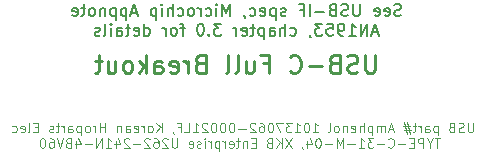
<source format=gbr>
G04 #@! TF.GenerationSoftware,KiCad,Pcbnew,(5.1.5)-3*
G04 #@! TF.CreationDate,2020-05-05T01:34:39+02:00*
G04 #@! TF.ProjectId,USB-C-USB-3.2,5553422d-432d-4555-9342-2d332e322e6b,rev?*
G04 #@! TF.SameCoordinates,Original*
G04 #@! TF.FileFunction,Legend,Bot*
G04 #@! TF.FilePolarity,Positive*
%FSLAX46Y46*%
G04 Gerber Fmt 4.6, Leading zero omitted, Abs format (unit mm)*
G04 Created by KiCad (PCBNEW (5.1.5)-3) date 2020-05-05 01:34:39*
%MOMM*%
%LPD*%
G04 APERTURE LIST*
%ADD10C,0.100000*%
%ADD11C,0.250000*%
%ADD12C,0.150000*%
G04 APERTURE END LIST*
D10*
X102559523Y-79411904D02*
X102559523Y-80059523D01*
X102521428Y-80135714D01*
X102483333Y-80173809D01*
X102407142Y-80211904D01*
X102254761Y-80211904D01*
X102178571Y-80173809D01*
X102140476Y-80135714D01*
X102102380Y-80059523D01*
X102102380Y-79411904D01*
X101759523Y-80173809D02*
X101645238Y-80211904D01*
X101454761Y-80211904D01*
X101378571Y-80173809D01*
X101340476Y-80135714D01*
X101302380Y-80059523D01*
X101302380Y-79983333D01*
X101340476Y-79907142D01*
X101378571Y-79869047D01*
X101454761Y-79830952D01*
X101607142Y-79792857D01*
X101683333Y-79754761D01*
X101721428Y-79716666D01*
X101759523Y-79640476D01*
X101759523Y-79564285D01*
X101721428Y-79488095D01*
X101683333Y-79450000D01*
X101607142Y-79411904D01*
X101416666Y-79411904D01*
X101302380Y-79450000D01*
X100692857Y-79792857D02*
X100578571Y-79830952D01*
X100540476Y-79869047D01*
X100502380Y-79945238D01*
X100502380Y-80059523D01*
X100540476Y-80135714D01*
X100578571Y-80173809D01*
X100654761Y-80211904D01*
X100959523Y-80211904D01*
X100959523Y-79411904D01*
X100692857Y-79411904D01*
X100616666Y-79450000D01*
X100578571Y-79488095D01*
X100540476Y-79564285D01*
X100540476Y-79640476D01*
X100578571Y-79716666D01*
X100616666Y-79754761D01*
X100692857Y-79792857D01*
X100959523Y-79792857D01*
X99550000Y-79678571D02*
X99550000Y-80478571D01*
X99550000Y-79716666D02*
X99473809Y-79678571D01*
X99321428Y-79678571D01*
X99245238Y-79716666D01*
X99207142Y-79754761D01*
X99169047Y-79830952D01*
X99169047Y-80059523D01*
X99207142Y-80135714D01*
X99245238Y-80173809D01*
X99321428Y-80211904D01*
X99473809Y-80211904D01*
X99550000Y-80173809D01*
X98483333Y-80211904D02*
X98483333Y-79792857D01*
X98521428Y-79716666D01*
X98597619Y-79678571D01*
X98750000Y-79678571D01*
X98826190Y-79716666D01*
X98483333Y-80173809D02*
X98559523Y-80211904D01*
X98750000Y-80211904D01*
X98826190Y-80173809D01*
X98864285Y-80097619D01*
X98864285Y-80021428D01*
X98826190Y-79945238D01*
X98750000Y-79907142D01*
X98559523Y-79907142D01*
X98483333Y-79869047D01*
X98102380Y-80211904D02*
X98102380Y-79678571D01*
X98102380Y-79830952D02*
X98064285Y-79754761D01*
X98026190Y-79716666D01*
X97950000Y-79678571D01*
X97873809Y-79678571D01*
X97721428Y-79678571D02*
X97416666Y-79678571D01*
X97607142Y-79411904D02*
X97607142Y-80097619D01*
X97569047Y-80173809D01*
X97492857Y-80211904D01*
X97416666Y-80211904D01*
X97188095Y-79678571D02*
X96616666Y-79678571D01*
X96959523Y-79335714D02*
X97188095Y-80364285D01*
X96692857Y-80021428D02*
X97264285Y-80021428D01*
X96921428Y-80364285D02*
X96692857Y-79335714D01*
X95778571Y-79983333D02*
X95397619Y-79983333D01*
X95854761Y-80211904D02*
X95588095Y-79411904D01*
X95321428Y-80211904D01*
X95054761Y-80211904D02*
X95054761Y-79678571D01*
X95054761Y-79754761D02*
X95016666Y-79716666D01*
X94940476Y-79678571D01*
X94826190Y-79678571D01*
X94750000Y-79716666D01*
X94711904Y-79792857D01*
X94711904Y-80211904D01*
X94711904Y-79792857D02*
X94673809Y-79716666D01*
X94597619Y-79678571D01*
X94483333Y-79678571D01*
X94407142Y-79716666D01*
X94369047Y-79792857D01*
X94369047Y-80211904D01*
X93988095Y-79678571D02*
X93988095Y-80478571D01*
X93988095Y-79716666D02*
X93911904Y-79678571D01*
X93759523Y-79678571D01*
X93683333Y-79716666D01*
X93645238Y-79754761D01*
X93607142Y-79830952D01*
X93607142Y-80059523D01*
X93645238Y-80135714D01*
X93683333Y-80173809D01*
X93759523Y-80211904D01*
X93911904Y-80211904D01*
X93988095Y-80173809D01*
X93264285Y-80211904D02*
X93264285Y-79411904D01*
X92921428Y-80211904D02*
X92921428Y-79792857D01*
X92959523Y-79716666D01*
X93035714Y-79678571D01*
X93150000Y-79678571D01*
X93226190Y-79716666D01*
X93264285Y-79754761D01*
X92235714Y-80173809D02*
X92311904Y-80211904D01*
X92464285Y-80211904D01*
X92540476Y-80173809D01*
X92578571Y-80097619D01*
X92578571Y-79792857D01*
X92540476Y-79716666D01*
X92464285Y-79678571D01*
X92311904Y-79678571D01*
X92235714Y-79716666D01*
X92197619Y-79792857D01*
X92197619Y-79869047D01*
X92578571Y-79945238D01*
X91854761Y-79678571D02*
X91854761Y-80211904D01*
X91854761Y-79754761D02*
X91816666Y-79716666D01*
X91740476Y-79678571D01*
X91626190Y-79678571D01*
X91550000Y-79716666D01*
X91511904Y-79792857D01*
X91511904Y-80211904D01*
X91016666Y-80211904D02*
X91092857Y-80173809D01*
X91130952Y-80135714D01*
X91169047Y-80059523D01*
X91169047Y-79830952D01*
X91130952Y-79754761D01*
X91092857Y-79716666D01*
X91016666Y-79678571D01*
X90902380Y-79678571D01*
X90826190Y-79716666D01*
X90788095Y-79754761D01*
X90750000Y-79830952D01*
X90750000Y-80059523D01*
X90788095Y-80135714D01*
X90826190Y-80173809D01*
X90902380Y-80211904D01*
X91016666Y-80211904D01*
X90292857Y-80211904D02*
X90369047Y-80173809D01*
X90407142Y-80097619D01*
X90407142Y-79411904D01*
X88959523Y-80211904D02*
X89416666Y-80211904D01*
X89188095Y-80211904D02*
X89188095Y-79411904D01*
X89264285Y-79526190D01*
X89340476Y-79602380D01*
X89416666Y-79640476D01*
X88464285Y-79411904D02*
X88388095Y-79411904D01*
X88311904Y-79450000D01*
X88273809Y-79488095D01*
X88235714Y-79564285D01*
X88197619Y-79716666D01*
X88197619Y-79907142D01*
X88235714Y-80059523D01*
X88273809Y-80135714D01*
X88311904Y-80173809D01*
X88388095Y-80211904D01*
X88464285Y-80211904D01*
X88540476Y-80173809D01*
X88578571Y-80135714D01*
X88616666Y-80059523D01*
X88654761Y-79907142D01*
X88654761Y-79716666D01*
X88616666Y-79564285D01*
X88578571Y-79488095D01*
X88540476Y-79450000D01*
X88464285Y-79411904D01*
X87435714Y-80211904D02*
X87892857Y-80211904D01*
X87664285Y-80211904D02*
X87664285Y-79411904D01*
X87740476Y-79526190D01*
X87816666Y-79602380D01*
X87892857Y-79640476D01*
X87169047Y-79411904D02*
X86673809Y-79411904D01*
X86940476Y-79716666D01*
X86826190Y-79716666D01*
X86750000Y-79754761D01*
X86711904Y-79792857D01*
X86673809Y-79869047D01*
X86673809Y-80059523D01*
X86711904Y-80135714D01*
X86750000Y-80173809D01*
X86826190Y-80211904D01*
X87054761Y-80211904D01*
X87130952Y-80173809D01*
X87169047Y-80135714D01*
X86407142Y-79411904D02*
X85873809Y-79411904D01*
X86216666Y-80211904D01*
X85416666Y-79411904D02*
X85340476Y-79411904D01*
X85264285Y-79450000D01*
X85226190Y-79488095D01*
X85188095Y-79564285D01*
X85150000Y-79716666D01*
X85150000Y-79907142D01*
X85188095Y-80059523D01*
X85226190Y-80135714D01*
X85264285Y-80173809D01*
X85340476Y-80211904D01*
X85416666Y-80211904D01*
X85492857Y-80173809D01*
X85530952Y-80135714D01*
X85569047Y-80059523D01*
X85607142Y-79907142D01*
X85607142Y-79716666D01*
X85569047Y-79564285D01*
X85530952Y-79488095D01*
X85492857Y-79450000D01*
X85416666Y-79411904D01*
X84464285Y-79411904D02*
X84616666Y-79411904D01*
X84692857Y-79450000D01*
X84730952Y-79488095D01*
X84807142Y-79602380D01*
X84845238Y-79754761D01*
X84845238Y-80059523D01*
X84807142Y-80135714D01*
X84769047Y-80173809D01*
X84692857Y-80211904D01*
X84540476Y-80211904D01*
X84464285Y-80173809D01*
X84426190Y-80135714D01*
X84388095Y-80059523D01*
X84388095Y-79869047D01*
X84426190Y-79792857D01*
X84464285Y-79754761D01*
X84540476Y-79716666D01*
X84692857Y-79716666D01*
X84769047Y-79754761D01*
X84807142Y-79792857D01*
X84845238Y-79869047D01*
X84083333Y-79488095D02*
X84045238Y-79450000D01*
X83969047Y-79411904D01*
X83778571Y-79411904D01*
X83702380Y-79450000D01*
X83664285Y-79488095D01*
X83626190Y-79564285D01*
X83626190Y-79640476D01*
X83664285Y-79754761D01*
X84121428Y-80211904D01*
X83626190Y-80211904D01*
X83283333Y-79907142D02*
X82673809Y-79907142D01*
X82140476Y-79411904D02*
X82064285Y-79411904D01*
X81988095Y-79450000D01*
X81950000Y-79488095D01*
X81911904Y-79564285D01*
X81873809Y-79716666D01*
X81873809Y-79907142D01*
X81911904Y-80059523D01*
X81950000Y-80135714D01*
X81988095Y-80173809D01*
X82064285Y-80211904D01*
X82140476Y-80211904D01*
X82216666Y-80173809D01*
X82254761Y-80135714D01*
X82292857Y-80059523D01*
X82330952Y-79907142D01*
X82330952Y-79716666D01*
X82292857Y-79564285D01*
X82254761Y-79488095D01*
X82216666Y-79450000D01*
X82140476Y-79411904D01*
X81378571Y-79411904D02*
X81302380Y-79411904D01*
X81226190Y-79450000D01*
X81188095Y-79488095D01*
X81150000Y-79564285D01*
X81111904Y-79716666D01*
X81111904Y-79907142D01*
X81150000Y-80059523D01*
X81188095Y-80135714D01*
X81226190Y-80173809D01*
X81302380Y-80211904D01*
X81378571Y-80211904D01*
X81454761Y-80173809D01*
X81492857Y-80135714D01*
X81530952Y-80059523D01*
X81569047Y-79907142D01*
X81569047Y-79716666D01*
X81530952Y-79564285D01*
X81492857Y-79488095D01*
X81454761Y-79450000D01*
X81378571Y-79411904D01*
X80616666Y-79411904D02*
X80540476Y-79411904D01*
X80464285Y-79450000D01*
X80426190Y-79488095D01*
X80388095Y-79564285D01*
X80350000Y-79716666D01*
X80350000Y-79907142D01*
X80388095Y-80059523D01*
X80426190Y-80135714D01*
X80464285Y-80173809D01*
X80540476Y-80211904D01*
X80616666Y-80211904D01*
X80692857Y-80173809D01*
X80730952Y-80135714D01*
X80769047Y-80059523D01*
X80807142Y-79907142D01*
X80807142Y-79716666D01*
X80769047Y-79564285D01*
X80730952Y-79488095D01*
X80692857Y-79450000D01*
X80616666Y-79411904D01*
X80045238Y-79488095D02*
X80007142Y-79450000D01*
X79930952Y-79411904D01*
X79740476Y-79411904D01*
X79664285Y-79450000D01*
X79626190Y-79488095D01*
X79588095Y-79564285D01*
X79588095Y-79640476D01*
X79626190Y-79754761D01*
X80083333Y-80211904D01*
X79588095Y-80211904D01*
X78826190Y-80211904D02*
X79283333Y-80211904D01*
X79054761Y-80211904D02*
X79054761Y-79411904D01*
X79130952Y-79526190D01*
X79207142Y-79602380D01*
X79283333Y-79640476D01*
X78102380Y-80211904D02*
X78483333Y-80211904D01*
X78483333Y-79411904D01*
X77569047Y-79792857D02*
X77835714Y-79792857D01*
X77835714Y-80211904D02*
X77835714Y-79411904D01*
X77454761Y-79411904D01*
X77111904Y-80173809D02*
X77111904Y-80211904D01*
X77150000Y-80288095D01*
X77188095Y-80326190D01*
X76159523Y-80211904D02*
X76159523Y-79411904D01*
X75702380Y-80211904D02*
X76045238Y-79754761D01*
X75702380Y-79411904D02*
X76159523Y-79869047D01*
X75245238Y-80211904D02*
X75321428Y-80173809D01*
X75359523Y-80135714D01*
X75397619Y-80059523D01*
X75397619Y-79830952D01*
X75359523Y-79754761D01*
X75321428Y-79716666D01*
X75245238Y-79678571D01*
X75130952Y-79678571D01*
X75054761Y-79716666D01*
X75016666Y-79754761D01*
X74978571Y-79830952D01*
X74978571Y-80059523D01*
X75016666Y-80135714D01*
X75054761Y-80173809D01*
X75130952Y-80211904D01*
X75245238Y-80211904D01*
X74635714Y-80211904D02*
X74635714Y-79678571D01*
X74635714Y-79830952D02*
X74597619Y-79754761D01*
X74559523Y-79716666D01*
X74483333Y-79678571D01*
X74407142Y-79678571D01*
X73835714Y-80173809D02*
X73911904Y-80211904D01*
X74064285Y-80211904D01*
X74140476Y-80173809D01*
X74178571Y-80097619D01*
X74178571Y-79792857D01*
X74140476Y-79716666D01*
X74064285Y-79678571D01*
X73911904Y-79678571D01*
X73835714Y-79716666D01*
X73797619Y-79792857D01*
X73797619Y-79869047D01*
X74178571Y-79945238D01*
X73111904Y-80211904D02*
X73111904Y-79792857D01*
X73150000Y-79716666D01*
X73226190Y-79678571D01*
X73378571Y-79678571D01*
X73454761Y-79716666D01*
X73111904Y-80173809D02*
X73188095Y-80211904D01*
X73378571Y-80211904D01*
X73454761Y-80173809D01*
X73492857Y-80097619D01*
X73492857Y-80021428D01*
X73454761Y-79945238D01*
X73378571Y-79907142D01*
X73188095Y-79907142D01*
X73111904Y-79869047D01*
X72730952Y-79678571D02*
X72730952Y-80211904D01*
X72730952Y-79754761D02*
X72692857Y-79716666D01*
X72616666Y-79678571D01*
X72502380Y-79678571D01*
X72426190Y-79716666D01*
X72388095Y-79792857D01*
X72388095Y-80211904D01*
X71397619Y-80211904D02*
X71397619Y-79411904D01*
X71397619Y-79792857D02*
X70940476Y-79792857D01*
X70940476Y-80211904D02*
X70940476Y-79411904D01*
X70559523Y-80211904D02*
X70559523Y-79678571D01*
X70559523Y-79830952D02*
X70521428Y-79754761D01*
X70483333Y-79716666D01*
X70407142Y-79678571D01*
X70330952Y-79678571D01*
X69950000Y-80211904D02*
X70026190Y-80173809D01*
X70064285Y-80135714D01*
X70102380Y-80059523D01*
X70102380Y-79830952D01*
X70064285Y-79754761D01*
X70026190Y-79716666D01*
X69950000Y-79678571D01*
X69835714Y-79678571D01*
X69759523Y-79716666D01*
X69721428Y-79754761D01*
X69683333Y-79830952D01*
X69683333Y-80059523D01*
X69721428Y-80135714D01*
X69759523Y-80173809D01*
X69835714Y-80211904D01*
X69950000Y-80211904D01*
X69340476Y-79678571D02*
X69340476Y-80478571D01*
X69340476Y-79716666D02*
X69264285Y-79678571D01*
X69111904Y-79678571D01*
X69035714Y-79716666D01*
X68997619Y-79754761D01*
X68959523Y-79830952D01*
X68959523Y-80059523D01*
X68997619Y-80135714D01*
X69035714Y-80173809D01*
X69111904Y-80211904D01*
X69264285Y-80211904D01*
X69340476Y-80173809D01*
X68273809Y-80211904D02*
X68273809Y-79792857D01*
X68311904Y-79716666D01*
X68388095Y-79678571D01*
X68540476Y-79678571D01*
X68616666Y-79716666D01*
X68273809Y-80173809D02*
X68350000Y-80211904D01*
X68540476Y-80211904D01*
X68616666Y-80173809D01*
X68654761Y-80097619D01*
X68654761Y-80021428D01*
X68616666Y-79945238D01*
X68540476Y-79907142D01*
X68350000Y-79907142D01*
X68273809Y-79869047D01*
X67892857Y-80211904D02*
X67892857Y-79678571D01*
X67892857Y-79830952D02*
X67854761Y-79754761D01*
X67816666Y-79716666D01*
X67740476Y-79678571D01*
X67664285Y-79678571D01*
X67511904Y-79678571D02*
X67207142Y-79678571D01*
X67397619Y-79411904D02*
X67397619Y-80097619D01*
X67359523Y-80173809D01*
X67283333Y-80211904D01*
X67207142Y-80211904D01*
X66978571Y-80173809D02*
X66902380Y-80211904D01*
X66750000Y-80211904D01*
X66673809Y-80173809D01*
X66635714Y-80097619D01*
X66635714Y-80059523D01*
X66673809Y-79983333D01*
X66750000Y-79945238D01*
X66864285Y-79945238D01*
X66940476Y-79907142D01*
X66978571Y-79830952D01*
X66978571Y-79792857D01*
X66940476Y-79716666D01*
X66864285Y-79678571D01*
X66750000Y-79678571D01*
X66673809Y-79716666D01*
X65683333Y-79792857D02*
X65416666Y-79792857D01*
X65302380Y-80211904D02*
X65683333Y-80211904D01*
X65683333Y-79411904D01*
X65302380Y-79411904D01*
X64845238Y-80211904D02*
X64921428Y-80173809D01*
X64959523Y-80097619D01*
X64959523Y-79411904D01*
X64235714Y-80173809D02*
X64311904Y-80211904D01*
X64464285Y-80211904D01*
X64540476Y-80173809D01*
X64578571Y-80097619D01*
X64578571Y-79792857D01*
X64540476Y-79716666D01*
X64464285Y-79678571D01*
X64311904Y-79678571D01*
X64235714Y-79716666D01*
X64197619Y-79792857D01*
X64197619Y-79869047D01*
X64578571Y-79945238D01*
X63511904Y-80173809D02*
X63588095Y-80211904D01*
X63740476Y-80211904D01*
X63816666Y-80173809D01*
X63854761Y-80135714D01*
X63892857Y-80059523D01*
X63892857Y-79830952D01*
X63854761Y-79754761D01*
X63816666Y-79716666D01*
X63740476Y-79678571D01*
X63588095Y-79678571D01*
X63511904Y-79716666D01*
X99740476Y-80711904D02*
X99283333Y-80711904D01*
X99511904Y-81511904D02*
X99511904Y-80711904D01*
X98864285Y-81130952D02*
X98864285Y-81511904D01*
X99130952Y-80711904D02*
X98864285Y-81130952D01*
X98597619Y-80711904D01*
X98330952Y-81511904D02*
X98330952Y-80711904D01*
X98026190Y-80711904D01*
X97950000Y-80750000D01*
X97911904Y-80788095D01*
X97873809Y-80864285D01*
X97873809Y-80978571D01*
X97911904Y-81054761D01*
X97950000Y-81092857D01*
X98026190Y-81130952D01*
X98330952Y-81130952D01*
X97530952Y-81092857D02*
X97264285Y-81092857D01*
X97150000Y-81511904D02*
X97530952Y-81511904D01*
X97530952Y-80711904D01*
X97150000Y-80711904D01*
X96807142Y-81207142D02*
X96197619Y-81207142D01*
X95359523Y-81435714D02*
X95397619Y-81473809D01*
X95511904Y-81511904D01*
X95588095Y-81511904D01*
X95702380Y-81473809D01*
X95778571Y-81397619D01*
X95816666Y-81321428D01*
X95854761Y-81169047D01*
X95854761Y-81054761D01*
X95816666Y-80902380D01*
X95778571Y-80826190D01*
X95702380Y-80750000D01*
X95588095Y-80711904D01*
X95511904Y-80711904D01*
X95397619Y-80750000D01*
X95359523Y-80788095D01*
X95016666Y-81207142D02*
X94407142Y-81207142D01*
X94102380Y-80711904D02*
X93607142Y-80711904D01*
X93873809Y-81016666D01*
X93759523Y-81016666D01*
X93683333Y-81054761D01*
X93645238Y-81092857D01*
X93607142Y-81169047D01*
X93607142Y-81359523D01*
X93645238Y-81435714D01*
X93683333Y-81473809D01*
X93759523Y-81511904D01*
X93988095Y-81511904D01*
X94064285Y-81473809D01*
X94102380Y-81435714D01*
X92845238Y-81511904D02*
X93302380Y-81511904D01*
X93073809Y-81511904D02*
X93073809Y-80711904D01*
X93150000Y-80826190D01*
X93226190Y-80902380D01*
X93302380Y-80940476D01*
X92502380Y-81207142D02*
X91892857Y-81207142D01*
X91511904Y-81511904D02*
X91511904Y-80711904D01*
X91245238Y-81283333D01*
X90978571Y-80711904D01*
X90978571Y-81511904D01*
X90597619Y-81207142D02*
X89988095Y-81207142D01*
X89454761Y-80711904D02*
X89378571Y-80711904D01*
X89302380Y-80750000D01*
X89264285Y-80788095D01*
X89226190Y-80864285D01*
X89188095Y-81016666D01*
X89188095Y-81207142D01*
X89226190Y-81359523D01*
X89264285Y-81435714D01*
X89302380Y-81473809D01*
X89378571Y-81511904D01*
X89454761Y-81511904D01*
X89530952Y-81473809D01*
X89569047Y-81435714D01*
X89607142Y-81359523D01*
X89645238Y-81207142D01*
X89645238Y-81016666D01*
X89607142Y-80864285D01*
X89569047Y-80788095D01*
X89530952Y-80750000D01*
X89454761Y-80711904D01*
X88502380Y-80978571D02*
X88502380Y-81511904D01*
X88692857Y-80673809D02*
X88883333Y-81245238D01*
X88388095Y-81245238D01*
X88045238Y-81473809D02*
X88045238Y-81511904D01*
X88083333Y-81588095D01*
X88121428Y-81626190D01*
X87169047Y-80711904D02*
X86635714Y-81511904D01*
X86635714Y-80711904D02*
X87169047Y-81511904D01*
X86330952Y-81511904D02*
X86330952Y-80711904D01*
X85873809Y-81511904D02*
X86216666Y-81054761D01*
X85873809Y-80711904D02*
X86330952Y-81169047D01*
X85264285Y-81092857D02*
X85150000Y-81130952D01*
X85111904Y-81169047D01*
X85073809Y-81245238D01*
X85073809Y-81359523D01*
X85111904Y-81435714D01*
X85150000Y-81473809D01*
X85226190Y-81511904D01*
X85530952Y-81511904D01*
X85530952Y-80711904D01*
X85264285Y-80711904D01*
X85188095Y-80750000D01*
X85150000Y-80788095D01*
X85111904Y-80864285D01*
X85111904Y-80940476D01*
X85150000Y-81016666D01*
X85188095Y-81054761D01*
X85264285Y-81092857D01*
X85530952Y-81092857D01*
X84121428Y-81092857D02*
X83854761Y-81092857D01*
X83740476Y-81511904D02*
X84121428Y-81511904D01*
X84121428Y-80711904D01*
X83740476Y-80711904D01*
X83397619Y-80978571D02*
X83397619Y-81511904D01*
X83397619Y-81054761D02*
X83359523Y-81016666D01*
X83283333Y-80978571D01*
X83169047Y-80978571D01*
X83092857Y-81016666D01*
X83054761Y-81092857D01*
X83054761Y-81511904D01*
X82788095Y-80978571D02*
X82483333Y-80978571D01*
X82673809Y-80711904D02*
X82673809Y-81397619D01*
X82635714Y-81473809D01*
X82559523Y-81511904D01*
X82483333Y-81511904D01*
X81911904Y-81473809D02*
X81988095Y-81511904D01*
X82140476Y-81511904D01*
X82216666Y-81473809D01*
X82254761Y-81397619D01*
X82254761Y-81092857D01*
X82216666Y-81016666D01*
X82140476Y-80978571D01*
X81988095Y-80978571D01*
X81911904Y-81016666D01*
X81873809Y-81092857D01*
X81873809Y-81169047D01*
X82254761Y-81245238D01*
X81530952Y-81511904D02*
X81530952Y-80978571D01*
X81530952Y-81130952D02*
X81492857Y-81054761D01*
X81454761Y-81016666D01*
X81378571Y-80978571D01*
X81302380Y-80978571D01*
X81035714Y-80978571D02*
X81035714Y-81778571D01*
X81035714Y-81016666D02*
X80959523Y-80978571D01*
X80807142Y-80978571D01*
X80730952Y-81016666D01*
X80692857Y-81054761D01*
X80654761Y-81130952D01*
X80654761Y-81359523D01*
X80692857Y-81435714D01*
X80730952Y-81473809D01*
X80807142Y-81511904D01*
X80959523Y-81511904D01*
X81035714Y-81473809D01*
X80311904Y-81511904D02*
X80311904Y-80978571D01*
X80311904Y-81130952D02*
X80273809Y-81054761D01*
X80235714Y-81016666D01*
X80159523Y-80978571D01*
X80083333Y-80978571D01*
X79816666Y-81511904D02*
X79816666Y-80978571D01*
X79816666Y-80711904D02*
X79854761Y-80750000D01*
X79816666Y-80788095D01*
X79778571Y-80750000D01*
X79816666Y-80711904D01*
X79816666Y-80788095D01*
X79473809Y-81473809D02*
X79397619Y-81511904D01*
X79245238Y-81511904D01*
X79169047Y-81473809D01*
X79130952Y-81397619D01*
X79130952Y-81359523D01*
X79169047Y-81283333D01*
X79245238Y-81245238D01*
X79359523Y-81245238D01*
X79435714Y-81207142D01*
X79473809Y-81130952D01*
X79473809Y-81092857D01*
X79435714Y-81016666D01*
X79359523Y-80978571D01*
X79245238Y-80978571D01*
X79169047Y-81016666D01*
X78483333Y-81473809D02*
X78559523Y-81511904D01*
X78711904Y-81511904D01*
X78788095Y-81473809D01*
X78826190Y-81397619D01*
X78826190Y-81092857D01*
X78788095Y-81016666D01*
X78711904Y-80978571D01*
X78559523Y-80978571D01*
X78483333Y-81016666D01*
X78445238Y-81092857D01*
X78445238Y-81169047D01*
X78826190Y-81245238D01*
X77492857Y-80711904D02*
X77492857Y-81359523D01*
X77454761Y-81435714D01*
X77416666Y-81473809D01*
X77340476Y-81511904D01*
X77188095Y-81511904D01*
X77111904Y-81473809D01*
X77073809Y-81435714D01*
X77035714Y-81359523D01*
X77035714Y-80711904D01*
X76692857Y-80788095D02*
X76654761Y-80750000D01*
X76578571Y-80711904D01*
X76388095Y-80711904D01*
X76311904Y-80750000D01*
X76273809Y-80788095D01*
X76235714Y-80864285D01*
X76235714Y-80940476D01*
X76273809Y-81054761D01*
X76730952Y-81511904D01*
X76235714Y-81511904D01*
X75550000Y-80711904D02*
X75702380Y-80711904D01*
X75778571Y-80750000D01*
X75816666Y-80788095D01*
X75892857Y-80902380D01*
X75930952Y-81054761D01*
X75930952Y-81359523D01*
X75892857Y-81435714D01*
X75854761Y-81473809D01*
X75778571Y-81511904D01*
X75626190Y-81511904D01*
X75550000Y-81473809D01*
X75511904Y-81435714D01*
X75473809Y-81359523D01*
X75473809Y-81169047D01*
X75511904Y-81092857D01*
X75550000Y-81054761D01*
X75626190Y-81016666D01*
X75778571Y-81016666D01*
X75854761Y-81054761D01*
X75892857Y-81092857D01*
X75930952Y-81169047D01*
X75169047Y-80788095D02*
X75130952Y-80750000D01*
X75054761Y-80711904D01*
X74864285Y-80711904D01*
X74788095Y-80750000D01*
X74750000Y-80788095D01*
X74711904Y-80864285D01*
X74711904Y-80940476D01*
X74750000Y-81054761D01*
X75207142Y-81511904D01*
X74711904Y-81511904D01*
X74369047Y-81207142D02*
X73759523Y-81207142D01*
X73416666Y-80788095D02*
X73378571Y-80750000D01*
X73302380Y-80711904D01*
X73111904Y-80711904D01*
X73035714Y-80750000D01*
X72997619Y-80788095D01*
X72959523Y-80864285D01*
X72959523Y-80940476D01*
X72997619Y-81054761D01*
X73454761Y-81511904D01*
X72959523Y-81511904D01*
X72273809Y-80978571D02*
X72273809Y-81511904D01*
X72464285Y-80673809D02*
X72654761Y-81245238D01*
X72159523Y-81245238D01*
X71435714Y-81511904D02*
X71892857Y-81511904D01*
X71664285Y-81511904D02*
X71664285Y-80711904D01*
X71740476Y-80826190D01*
X71816666Y-80902380D01*
X71892857Y-80940476D01*
X71092857Y-81511904D02*
X71092857Y-80711904D01*
X70635714Y-81511904D01*
X70635714Y-80711904D01*
X70254761Y-81207142D02*
X69645238Y-81207142D01*
X68921428Y-80978571D02*
X68921428Y-81511904D01*
X69111904Y-80673809D02*
X69302380Y-81245238D01*
X68807142Y-81245238D01*
X68235714Y-81092857D02*
X68121428Y-81130952D01*
X68083333Y-81169047D01*
X68045238Y-81245238D01*
X68045238Y-81359523D01*
X68083333Y-81435714D01*
X68121428Y-81473809D01*
X68197619Y-81511904D01*
X68502380Y-81511904D01*
X68502380Y-80711904D01*
X68235714Y-80711904D01*
X68159523Y-80750000D01*
X68121428Y-80788095D01*
X68083333Y-80864285D01*
X68083333Y-80940476D01*
X68121428Y-81016666D01*
X68159523Y-81054761D01*
X68235714Y-81092857D01*
X68502380Y-81092857D01*
X67816666Y-80711904D02*
X67550000Y-81511904D01*
X67283333Y-80711904D01*
X66673809Y-80711904D02*
X66826190Y-80711904D01*
X66902380Y-80750000D01*
X66940476Y-80788095D01*
X67016666Y-80902380D01*
X67054761Y-81054761D01*
X67054761Y-81359523D01*
X67016666Y-81435714D01*
X66978571Y-81473809D01*
X66902380Y-81511904D01*
X66750000Y-81511904D01*
X66673809Y-81473809D01*
X66635714Y-81435714D01*
X66597619Y-81359523D01*
X66597619Y-81169047D01*
X66635714Y-81092857D01*
X66673809Y-81054761D01*
X66750000Y-81016666D01*
X66902380Y-81016666D01*
X66978571Y-81054761D01*
X67016666Y-81092857D01*
X67054761Y-81169047D01*
X66102380Y-80711904D02*
X66026190Y-80711904D01*
X65950000Y-80750000D01*
X65911904Y-80788095D01*
X65873809Y-80864285D01*
X65835714Y-81016666D01*
X65835714Y-81207142D01*
X65873809Y-81359523D01*
X65911904Y-81435714D01*
X65950000Y-81473809D01*
X66026190Y-81511904D01*
X66102380Y-81511904D01*
X66178571Y-81473809D01*
X66216666Y-81435714D01*
X66254761Y-81359523D01*
X66292857Y-81207142D01*
X66292857Y-81016666D01*
X66254761Y-80864285D01*
X66216666Y-80788095D01*
X66178571Y-80750000D01*
X66102380Y-80711904D01*
D11*
X94250000Y-73678571D02*
X94250000Y-74892857D01*
X94178571Y-75035714D01*
X94107142Y-75107142D01*
X93964285Y-75178571D01*
X93678571Y-75178571D01*
X93535714Y-75107142D01*
X93464285Y-75035714D01*
X93392857Y-74892857D01*
X93392857Y-73678571D01*
X92750000Y-75107142D02*
X92535714Y-75178571D01*
X92178571Y-75178571D01*
X92035714Y-75107142D01*
X91964285Y-75035714D01*
X91892857Y-74892857D01*
X91892857Y-74750000D01*
X91964285Y-74607142D01*
X92035714Y-74535714D01*
X92178571Y-74464285D01*
X92464285Y-74392857D01*
X92607142Y-74321428D01*
X92678571Y-74250000D01*
X92750000Y-74107142D01*
X92750000Y-73964285D01*
X92678571Y-73821428D01*
X92607142Y-73750000D01*
X92464285Y-73678571D01*
X92107142Y-73678571D01*
X91892857Y-73750000D01*
X90750000Y-74392857D02*
X90535714Y-74464285D01*
X90464285Y-74535714D01*
X90392857Y-74678571D01*
X90392857Y-74892857D01*
X90464285Y-75035714D01*
X90535714Y-75107142D01*
X90678571Y-75178571D01*
X91250000Y-75178571D01*
X91250000Y-73678571D01*
X90750000Y-73678571D01*
X90607142Y-73750000D01*
X90535714Y-73821428D01*
X90464285Y-73964285D01*
X90464285Y-74107142D01*
X90535714Y-74250000D01*
X90607142Y-74321428D01*
X90750000Y-74392857D01*
X91250000Y-74392857D01*
X89750000Y-74607142D02*
X88607142Y-74607142D01*
X87035714Y-75035714D02*
X87107142Y-75107142D01*
X87321428Y-75178571D01*
X87464285Y-75178571D01*
X87678571Y-75107142D01*
X87821428Y-74964285D01*
X87892857Y-74821428D01*
X87964285Y-74535714D01*
X87964285Y-74321428D01*
X87892857Y-74035714D01*
X87821428Y-73892857D01*
X87678571Y-73750000D01*
X87464285Y-73678571D01*
X87321428Y-73678571D01*
X87107142Y-73750000D01*
X87035714Y-73821428D01*
X84750000Y-74392857D02*
X85250000Y-74392857D01*
X85250000Y-75178571D02*
X85250000Y-73678571D01*
X84535714Y-73678571D01*
X83321428Y-74178571D02*
X83321428Y-75178571D01*
X83964285Y-74178571D02*
X83964285Y-74964285D01*
X83892857Y-75107142D01*
X83750000Y-75178571D01*
X83535714Y-75178571D01*
X83392857Y-75107142D01*
X83321428Y-75035714D01*
X82392857Y-75178571D02*
X82535714Y-75107142D01*
X82607142Y-74964285D01*
X82607142Y-73678571D01*
X81607142Y-75178571D02*
X81750000Y-75107142D01*
X81821428Y-74964285D01*
X81821428Y-73678571D01*
X79392857Y-74392857D02*
X79178571Y-74464285D01*
X79107142Y-74535714D01*
X79035714Y-74678571D01*
X79035714Y-74892857D01*
X79107142Y-75035714D01*
X79178571Y-75107142D01*
X79321428Y-75178571D01*
X79892857Y-75178571D01*
X79892857Y-73678571D01*
X79392857Y-73678571D01*
X79250000Y-73750000D01*
X79178571Y-73821428D01*
X79107142Y-73964285D01*
X79107142Y-74107142D01*
X79178571Y-74250000D01*
X79250000Y-74321428D01*
X79392857Y-74392857D01*
X79892857Y-74392857D01*
X78392857Y-75178571D02*
X78392857Y-74178571D01*
X78392857Y-74464285D02*
X78321428Y-74321428D01*
X78250000Y-74250000D01*
X78107142Y-74178571D01*
X77964285Y-74178571D01*
X76892857Y-75107142D02*
X77035714Y-75178571D01*
X77321428Y-75178571D01*
X77464285Y-75107142D01*
X77535714Y-74964285D01*
X77535714Y-74392857D01*
X77464285Y-74250000D01*
X77321428Y-74178571D01*
X77035714Y-74178571D01*
X76892857Y-74250000D01*
X76821428Y-74392857D01*
X76821428Y-74535714D01*
X77535714Y-74678571D01*
X75535714Y-75178571D02*
X75535714Y-74392857D01*
X75607142Y-74250000D01*
X75750000Y-74178571D01*
X76035714Y-74178571D01*
X76178571Y-74250000D01*
X75535714Y-75107142D02*
X75678571Y-75178571D01*
X76035714Y-75178571D01*
X76178571Y-75107142D01*
X76250000Y-74964285D01*
X76250000Y-74821428D01*
X76178571Y-74678571D01*
X76035714Y-74607142D01*
X75678571Y-74607142D01*
X75535714Y-74535714D01*
X74821428Y-75178571D02*
X74821428Y-73678571D01*
X74678571Y-74607142D02*
X74250000Y-75178571D01*
X74250000Y-74178571D02*
X74821428Y-74750000D01*
X73392857Y-75178571D02*
X73535714Y-75107142D01*
X73607142Y-75035714D01*
X73678571Y-74892857D01*
X73678571Y-74464285D01*
X73607142Y-74321428D01*
X73535714Y-74250000D01*
X73392857Y-74178571D01*
X73178571Y-74178571D01*
X73035714Y-74250000D01*
X72964285Y-74321428D01*
X72892857Y-74464285D01*
X72892857Y-74892857D01*
X72964285Y-75035714D01*
X73035714Y-75107142D01*
X73178571Y-75178571D01*
X73392857Y-75178571D01*
X71607142Y-74178571D02*
X71607142Y-75178571D01*
X72250000Y-74178571D02*
X72250000Y-74964285D01*
X72178571Y-75107142D01*
X72035714Y-75178571D01*
X71821428Y-75178571D01*
X71678571Y-75107142D01*
X71607142Y-75035714D01*
X71107142Y-74178571D02*
X70535714Y-74178571D01*
X70892857Y-73678571D02*
X70892857Y-74964285D01*
X70821428Y-75107142D01*
X70678571Y-75178571D01*
X70535714Y-75178571D01*
D12*
X96428571Y-70329761D02*
X96285714Y-70377380D01*
X96047619Y-70377380D01*
X95952380Y-70329761D01*
X95904761Y-70282142D01*
X95857142Y-70186904D01*
X95857142Y-70091666D01*
X95904761Y-69996428D01*
X95952380Y-69948809D01*
X96047619Y-69901190D01*
X96238095Y-69853571D01*
X96333333Y-69805952D01*
X96380952Y-69758333D01*
X96428571Y-69663095D01*
X96428571Y-69567857D01*
X96380952Y-69472619D01*
X96333333Y-69425000D01*
X96238095Y-69377380D01*
X96000000Y-69377380D01*
X95857142Y-69425000D01*
X95047619Y-70329761D02*
X95142857Y-70377380D01*
X95333333Y-70377380D01*
X95428571Y-70329761D01*
X95476190Y-70234523D01*
X95476190Y-69853571D01*
X95428571Y-69758333D01*
X95333333Y-69710714D01*
X95142857Y-69710714D01*
X95047619Y-69758333D01*
X95000000Y-69853571D01*
X95000000Y-69948809D01*
X95476190Y-70044047D01*
X94190476Y-70329761D02*
X94285714Y-70377380D01*
X94476190Y-70377380D01*
X94571428Y-70329761D01*
X94619047Y-70234523D01*
X94619047Y-69853571D01*
X94571428Y-69758333D01*
X94476190Y-69710714D01*
X94285714Y-69710714D01*
X94190476Y-69758333D01*
X94142857Y-69853571D01*
X94142857Y-69948809D01*
X94619047Y-70044047D01*
X92952380Y-69377380D02*
X92952380Y-70186904D01*
X92904761Y-70282142D01*
X92857142Y-70329761D01*
X92761904Y-70377380D01*
X92571428Y-70377380D01*
X92476190Y-70329761D01*
X92428571Y-70282142D01*
X92380952Y-70186904D01*
X92380952Y-69377380D01*
X91952380Y-70329761D02*
X91809523Y-70377380D01*
X91571428Y-70377380D01*
X91476190Y-70329761D01*
X91428571Y-70282142D01*
X91380952Y-70186904D01*
X91380952Y-70091666D01*
X91428571Y-69996428D01*
X91476190Y-69948809D01*
X91571428Y-69901190D01*
X91761904Y-69853571D01*
X91857142Y-69805952D01*
X91904761Y-69758333D01*
X91952380Y-69663095D01*
X91952380Y-69567857D01*
X91904761Y-69472619D01*
X91857142Y-69425000D01*
X91761904Y-69377380D01*
X91523809Y-69377380D01*
X91380952Y-69425000D01*
X90619047Y-69853571D02*
X90476190Y-69901190D01*
X90428571Y-69948809D01*
X90380952Y-70044047D01*
X90380952Y-70186904D01*
X90428571Y-70282142D01*
X90476190Y-70329761D01*
X90571428Y-70377380D01*
X90952380Y-70377380D01*
X90952380Y-69377380D01*
X90619047Y-69377380D01*
X90523809Y-69425000D01*
X90476190Y-69472619D01*
X90428571Y-69567857D01*
X90428571Y-69663095D01*
X90476190Y-69758333D01*
X90523809Y-69805952D01*
X90619047Y-69853571D01*
X90952380Y-69853571D01*
X89952380Y-69996428D02*
X89190476Y-69996428D01*
X88714285Y-70377380D02*
X88714285Y-69377380D01*
X87904761Y-69853571D02*
X88238095Y-69853571D01*
X88238095Y-70377380D02*
X88238095Y-69377380D01*
X87761904Y-69377380D01*
X86666666Y-70329761D02*
X86571428Y-70377380D01*
X86380952Y-70377380D01*
X86285714Y-70329761D01*
X86238095Y-70234523D01*
X86238095Y-70186904D01*
X86285714Y-70091666D01*
X86380952Y-70044047D01*
X86523809Y-70044047D01*
X86619047Y-69996428D01*
X86666666Y-69901190D01*
X86666666Y-69853571D01*
X86619047Y-69758333D01*
X86523809Y-69710714D01*
X86380952Y-69710714D01*
X86285714Y-69758333D01*
X85809523Y-69710714D02*
X85809523Y-70710714D01*
X85809523Y-69758333D02*
X85714285Y-69710714D01*
X85523809Y-69710714D01*
X85428571Y-69758333D01*
X85380952Y-69805952D01*
X85333333Y-69901190D01*
X85333333Y-70186904D01*
X85380952Y-70282142D01*
X85428571Y-70329761D01*
X85523809Y-70377380D01*
X85714285Y-70377380D01*
X85809523Y-70329761D01*
X84523809Y-70329761D02*
X84619047Y-70377380D01*
X84809523Y-70377380D01*
X84904761Y-70329761D01*
X84952380Y-70234523D01*
X84952380Y-69853571D01*
X84904761Y-69758333D01*
X84809523Y-69710714D01*
X84619047Y-69710714D01*
X84523809Y-69758333D01*
X84476190Y-69853571D01*
X84476190Y-69948809D01*
X84952380Y-70044047D01*
X83619047Y-70329761D02*
X83714285Y-70377380D01*
X83904761Y-70377380D01*
X84000000Y-70329761D01*
X84047619Y-70282142D01*
X84095238Y-70186904D01*
X84095238Y-69901190D01*
X84047619Y-69805952D01*
X84000000Y-69758333D01*
X83904761Y-69710714D01*
X83714285Y-69710714D01*
X83619047Y-69758333D01*
X83142857Y-70329761D02*
X83142857Y-70377380D01*
X83190476Y-70472619D01*
X83238095Y-70520238D01*
X81952380Y-70377380D02*
X81952380Y-69377380D01*
X81619047Y-70091666D01*
X81285714Y-69377380D01*
X81285714Y-70377380D01*
X80809523Y-70377380D02*
X80809523Y-69710714D01*
X80809523Y-69377380D02*
X80857142Y-69425000D01*
X80809523Y-69472619D01*
X80761904Y-69425000D01*
X80809523Y-69377380D01*
X80809523Y-69472619D01*
X79904761Y-70329761D02*
X80000000Y-70377380D01*
X80190476Y-70377380D01*
X80285714Y-70329761D01*
X80333333Y-70282142D01*
X80380952Y-70186904D01*
X80380952Y-69901190D01*
X80333333Y-69805952D01*
X80285714Y-69758333D01*
X80190476Y-69710714D01*
X80000000Y-69710714D01*
X79904761Y-69758333D01*
X79476190Y-70377380D02*
X79476190Y-69710714D01*
X79476190Y-69901190D02*
X79428571Y-69805952D01*
X79380952Y-69758333D01*
X79285714Y-69710714D01*
X79190476Y-69710714D01*
X78714285Y-70377380D02*
X78809523Y-70329761D01*
X78857142Y-70282142D01*
X78904761Y-70186904D01*
X78904761Y-69901190D01*
X78857142Y-69805952D01*
X78809523Y-69758333D01*
X78714285Y-69710714D01*
X78571428Y-69710714D01*
X78476190Y-69758333D01*
X78428571Y-69805952D01*
X78380952Y-69901190D01*
X78380952Y-70186904D01*
X78428571Y-70282142D01*
X78476190Y-70329761D01*
X78571428Y-70377380D01*
X78714285Y-70377380D01*
X77523809Y-70329761D02*
X77619047Y-70377380D01*
X77809523Y-70377380D01*
X77904761Y-70329761D01*
X77952380Y-70282142D01*
X78000000Y-70186904D01*
X78000000Y-69901190D01*
X77952380Y-69805952D01*
X77904761Y-69758333D01*
X77809523Y-69710714D01*
X77619047Y-69710714D01*
X77523809Y-69758333D01*
X77095238Y-70377380D02*
X77095238Y-69377380D01*
X76666666Y-70377380D02*
X76666666Y-69853571D01*
X76714285Y-69758333D01*
X76809523Y-69710714D01*
X76952380Y-69710714D01*
X77047619Y-69758333D01*
X77095238Y-69805952D01*
X76190476Y-70377380D02*
X76190476Y-69710714D01*
X76190476Y-69377380D02*
X76238095Y-69425000D01*
X76190476Y-69472619D01*
X76142857Y-69425000D01*
X76190476Y-69377380D01*
X76190476Y-69472619D01*
X75714285Y-69710714D02*
X75714285Y-70710714D01*
X75714285Y-69758333D02*
X75619047Y-69710714D01*
X75428571Y-69710714D01*
X75333333Y-69758333D01*
X75285714Y-69805952D01*
X75238095Y-69901190D01*
X75238095Y-70186904D01*
X75285714Y-70282142D01*
X75333333Y-70329761D01*
X75428571Y-70377380D01*
X75619047Y-70377380D01*
X75714285Y-70329761D01*
X74095238Y-70091666D02*
X73619047Y-70091666D01*
X74190476Y-70377380D02*
X73857142Y-69377380D01*
X73523809Y-70377380D01*
X73190476Y-69710714D02*
X73190476Y-70710714D01*
X73190476Y-69758333D02*
X73095238Y-69710714D01*
X72904761Y-69710714D01*
X72809523Y-69758333D01*
X72761904Y-69805952D01*
X72714285Y-69901190D01*
X72714285Y-70186904D01*
X72761904Y-70282142D01*
X72809523Y-70329761D01*
X72904761Y-70377380D01*
X73095238Y-70377380D01*
X73190476Y-70329761D01*
X72285714Y-69710714D02*
X72285714Y-70710714D01*
X72285714Y-69758333D02*
X72190476Y-69710714D01*
X72000000Y-69710714D01*
X71904761Y-69758333D01*
X71857142Y-69805952D01*
X71809523Y-69901190D01*
X71809523Y-70186904D01*
X71857142Y-70282142D01*
X71904761Y-70329761D01*
X72000000Y-70377380D01*
X72190476Y-70377380D01*
X72285714Y-70329761D01*
X71380952Y-69710714D02*
X71380952Y-70377380D01*
X71380952Y-69805952D02*
X71333333Y-69758333D01*
X71238095Y-69710714D01*
X71095238Y-69710714D01*
X71000000Y-69758333D01*
X70952380Y-69853571D01*
X70952380Y-70377380D01*
X70333333Y-70377380D02*
X70428571Y-70329761D01*
X70476190Y-70282142D01*
X70523809Y-70186904D01*
X70523809Y-69901190D01*
X70476190Y-69805952D01*
X70428571Y-69758333D01*
X70333333Y-69710714D01*
X70190476Y-69710714D01*
X70095238Y-69758333D01*
X70047619Y-69805952D01*
X70000000Y-69901190D01*
X70000000Y-70186904D01*
X70047619Y-70282142D01*
X70095238Y-70329761D01*
X70190476Y-70377380D01*
X70333333Y-70377380D01*
X69714285Y-69710714D02*
X69333333Y-69710714D01*
X69571428Y-69377380D02*
X69571428Y-70234523D01*
X69523809Y-70329761D01*
X69428571Y-70377380D01*
X69333333Y-70377380D01*
X68619047Y-70329761D02*
X68714285Y-70377380D01*
X68904761Y-70377380D01*
X69000000Y-70329761D01*
X69047619Y-70234523D01*
X69047619Y-69853571D01*
X69000000Y-69758333D01*
X68904761Y-69710714D01*
X68714285Y-69710714D01*
X68619047Y-69758333D01*
X68571428Y-69853571D01*
X68571428Y-69948809D01*
X69047619Y-70044047D01*
X94500000Y-71741666D02*
X94023809Y-71741666D01*
X94595238Y-72027380D02*
X94261904Y-71027380D01*
X93928571Y-72027380D01*
X93595238Y-72027380D02*
X93595238Y-71027380D01*
X93023809Y-72027380D01*
X93023809Y-71027380D01*
X92023809Y-72027380D02*
X92595238Y-72027380D01*
X92309523Y-72027380D02*
X92309523Y-71027380D01*
X92404761Y-71170238D01*
X92500000Y-71265476D01*
X92595238Y-71313095D01*
X91547619Y-72027380D02*
X91357142Y-72027380D01*
X91261904Y-71979761D01*
X91214285Y-71932142D01*
X91119047Y-71789285D01*
X91071428Y-71598809D01*
X91071428Y-71217857D01*
X91119047Y-71122619D01*
X91166666Y-71075000D01*
X91261904Y-71027380D01*
X91452380Y-71027380D01*
X91547619Y-71075000D01*
X91595238Y-71122619D01*
X91642857Y-71217857D01*
X91642857Y-71455952D01*
X91595238Y-71551190D01*
X91547619Y-71598809D01*
X91452380Y-71646428D01*
X91261904Y-71646428D01*
X91166666Y-71598809D01*
X91119047Y-71551190D01*
X91071428Y-71455952D01*
X90166666Y-71027380D02*
X90642857Y-71027380D01*
X90690476Y-71503571D01*
X90642857Y-71455952D01*
X90547619Y-71408333D01*
X90309523Y-71408333D01*
X90214285Y-71455952D01*
X90166666Y-71503571D01*
X90119047Y-71598809D01*
X90119047Y-71836904D01*
X90166666Y-71932142D01*
X90214285Y-71979761D01*
X90309523Y-72027380D01*
X90547619Y-72027380D01*
X90642857Y-71979761D01*
X90690476Y-71932142D01*
X89785714Y-71027380D02*
X89166666Y-71027380D01*
X89500000Y-71408333D01*
X89357142Y-71408333D01*
X89261904Y-71455952D01*
X89214285Y-71503571D01*
X89166666Y-71598809D01*
X89166666Y-71836904D01*
X89214285Y-71932142D01*
X89261904Y-71979761D01*
X89357142Y-72027380D01*
X89642857Y-72027380D01*
X89738095Y-71979761D01*
X89785714Y-71932142D01*
X88690476Y-71979761D02*
X88690476Y-72027380D01*
X88738095Y-72122619D01*
X88785714Y-72170238D01*
X87071428Y-71979761D02*
X87166666Y-72027380D01*
X87357142Y-72027380D01*
X87452380Y-71979761D01*
X87500000Y-71932142D01*
X87547619Y-71836904D01*
X87547619Y-71551190D01*
X87500000Y-71455952D01*
X87452380Y-71408333D01*
X87357142Y-71360714D01*
X87166666Y-71360714D01*
X87071428Y-71408333D01*
X86642857Y-72027380D02*
X86642857Y-71027380D01*
X86214285Y-72027380D02*
X86214285Y-71503571D01*
X86261904Y-71408333D01*
X86357142Y-71360714D01*
X86500000Y-71360714D01*
X86595238Y-71408333D01*
X86642857Y-71455952D01*
X85309523Y-72027380D02*
X85309523Y-71503571D01*
X85357142Y-71408333D01*
X85452380Y-71360714D01*
X85642857Y-71360714D01*
X85738095Y-71408333D01*
X85309523Y-71979761D02*
X85404761Y-72027380D01*
X85642857Y-72027380D01*
X85738095Y-71979761D01*
X85785714Y-71884523D01*
X85785714Y-71789285D01*
X85738095Y-71694047D01*
X85642857Y-71646428D01*
X85404761Y-71646428D01*
X85309523Y-71598809D01*
X84833333Y-71360714D02*
X84833333Y-72360714D01*
X84833333Y-71408333D02*
X84738095Y-71360714D01*
X84547619Y-71360714D01*
X84452380Y-71408333D01*
X84404761Y-71455952D01*
X84357142Y-71551190D01*
X84357142Y-71836904D01*
X84404761Y-71932142D01*
X84452380Y-71979761D01*
X84547619Y-72027380D01*
X84738095Y-72027380D01*
X84833333Y-71979761D01*
X84071428Y-71360714D02*
X83690476Y-71360714D01*
X83928571Y-71027380D02*
X83928571Y-71884523D01*
X83880952Y-71979761D01*
X83785714Y-72027380D01*
X83690476Y-72027380D01*
X82976190Y-71979761D02*
X83071428Y-72027380D01*
X83261904Y-72027380D01*
X83357142Y-71979761D01*
X83404761Y-71884523D01*
X83404761Y-71503571D01*
X83357142Y-71408333D01*
X83261904Y-71360714D01*
X83071428Y-71360714D01*
X82976190Y-71408333D01*
X82928571Y-71503571D01*
X82928571Y-71598809D01*
X83404761Y-71694047D01*
X82500000Y-72027380D02*
X82500000Y-71360714D01*
X82500000Y-71551190D02*
X82452380Y-71455952D01*
X82404761Y-71408333D01*
X82309523Y-71360714D01*
X82214285Y-71360714D01*
X81214285Y-71027380D02*
X80595238Y-71027380D01*
X80928571Y-71408333D01*
X80785714Y-71408333D01*
X80690476Y-71455952D01*
X80642857Y-71503571D01*
X80595238Y-71598809D01*
X80595238Y-71836904D01*
X80642857Y-71932142D01*
X80690476Y-71979761D01*
X80785714Y-72027380D01*
X81071428Y-72027380D01*
X81166666Y-71979761D01*
X81214285Y-71932142D01*
X80166666Y-71932142D02*
X80119047Y-71979761D01*
X80166666Y-72027380D01*
X80214285Y-71979761D01*
X80166666Y-71932142D01*
X80166666Y-72027380D01*
X79500000Y-71027380D02*
X79404761Y-71027380D01*
X79309523Y-71075000D01*
X79261904Y-71122619D01*
X79214285Y-71217857D01*
X79166666Y-71408333D01*
X79166666Y-71646428D01*
X79214285Y-71836904D01*
X79261904Y-71932142D01*
X79309523Y-71979761D01*
X79404761Y-72027380D01*
X79500000Y-72027380D01*
X79595238Y-71979761D01*
X79642857Y-71932142D01*
X79690476Y-71836904D01*
X79738095Y-71646428D01*
X79738095Y-71408333D01*
X79690476Y-71217857D01*
X79642857Y-71122619D01*
X79595238Y-71075000D01*
X79500000Y-71027380D01*
X78119047Y-71360714D02*
X77738095Y-71360714D01*
X77976190Y-72027380D02*
X77976190Y-71170238D01*
X77928571Y-71075000D01*
X77833333Y-71027380D01*
X77738095Y-71027380D01*
X77261904Y-72027380D02*
X77357142Y-71979761D01*
X77404761Y-71932142D01*
X77452380Y-71836904D01*
X77452380Y-71551190D01*
X77404761Y-71455952D01*
X77357142Y-71408333D01*
X77261904Y-71360714D01*
X77119047Y-71360714D01*
X77023809Y-71408333D01*
X76976190Y-71455952D01*
X76928571Y-71551190D01*
X76928571Y-71836904D01*
X76976190Y-71932142D01*
X77023809Y-71979761D01*
X77119047Y-72027380D01*
X77261904Y-72027380D01*
X76500000Y-72027380D02*
X76500000Y-71360714D01*
X76500000Y-71551190D02*
X76452380Y-71455952D01*
X76404761Y-71408333D01*
X76309523Y-71360714D01*
X76214285Y-71360714D01*
X74690476Y-72027380D02*
X74690476Y-71027380D01*
X74690476Y-71979761D02*
X74785714Y-72027380D01*
X74976190Y-72027380D01*
X75071428Y-71979761D01*
X75119047Y-71932142D01*
X75166666Y-71836904D01*
X75166666Y-71551190D01*
X75119047Y-71455952D01*
X75071428Y-71408333D01*
X74976190Y-71360714D01*
X74785714Y-71360714D01*
X74690476Y-71408333D01*
X73833333Y-71979761D02*
X73928571Y-72027380D01*
X74119047Y-72027380D01*
X74214285Y-71979761D01*
X74261904Y-71884523D01*
X74261904Y-71503571D01*
X74214285Y-71408333D01*
X74119047Y-71360714D01*
X73928571Y-71360714D01*
X73833333Y-71408333D01*
X73785714Y-71503571D01*
X73785714Y-71598809D01*
X74261904Y-71694047D01*
X73500000Y-71360714D02*
X73119047Y-71360714D01*
X73357142Y-71027380D02*
X73357142Y-71884523D01*
X73309523Y-71979761D01*
X73214285Y-72027380D01*
X73119047Y-72027380D01*
X72357142Y-72027380D02*
X72357142Y-71503571D01*
X72404761Y-71408333D01*
X72500000Y-71360714D01*
X72690476Y-71360714D01*
X72785714Y-71408333D01*
X72357142Y-71979761D02*
X72452380Y-72027380D01*
X72690476Y-72027380D01*
X72785714Y-71979761D01*
X72833333Y-71884523D01*
X72833333Y-71789285D01*
X72785714Y-71694047D01*
X72690476Y-71646428D01*
X72452380Y-71646428D01*
X72357142Y-71598809D01*
X71880952Y-72027380D02*
X71880952Y-71360714D01*
X71880952Y-71027380D02*
X71928571Y-71075000D01*
X71880952Y-71122619D01*
X71833333Y-71075000D01*
X71880952Y-71027380D01*
X71880952Y-71122619D01*
X71261904Y-72027380D02*
X71357142Y-71979761D01*
X71404761Y-71884523D01*
X71404761Y-71027380D01*
X70928571Y-71979761D02*
X70833333Y-72027380D01*
X70642857Y-72027380D01*
X70547619Y-71979761D01*
X70500000Y-71884523D01*
X70500000Y-71836904D01*
X70547619Y-71741666D01*
X70642857Y-71694047D01*
X70785714Y-71694047D01*
X70880952Y-71646428D01*
X70928571Y-71551190D01*
X70928571Y-71503571D01*
X70880952Y-71408333D01*
X70785714Y-71360714D01*
X70642857Y-71360714D01*
X70547619Y-71408333D01*
M02*

</source>
